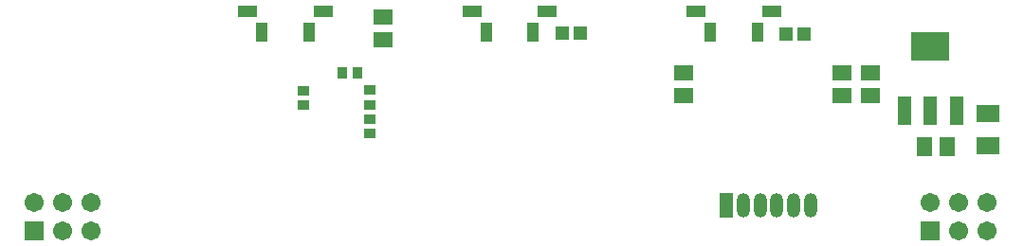
<source format=gts>
G04 Layer_Color=8388736*
%FSLAX44Y44*%
%MOMM*%
G71*
G01*
G75*
%ADD48R,0.9532X1.0032*%
%ADD49R,1.0032X0.9532*%
%ADD50R,1.2032X1.1532*%
%ADD51R,1.8034X1.4732*%
%ADD52R,2.0532X1.5032*%
%ADD53R,3.5032X2.6032*%
%ADD54R,1.2032X2.6032*%
%ADD55R,1.4732X1.8034*%
%ADD56R,1.6532X1.0032*%
%ADD57R,1.1032X1.7032*%
%ADD58R,1.2032X2.2032*%
%ADD59O,1.2032X2.2032*%
%ADD60C,1.7032*%
%ADD61R,1.7032X1.7032*%
D48*
X-182010Y78740D02*
D03*
X-168510D02*
D03*
D49*
X-157480Y50400D02*
D03*
Y63900D02*
D03*
X-157734Y37846D02*
D03*
Y24346D02*
D03*
X-216916Y49746D02*
D03*
Y63246D02*
D03*
D50*
X213742Y113284D02*
D03*
X229742D02*
D03*
X14226Y114300D02*
D03*
X30226D02*
D03*
D51*
X264160Y58420D02*
D03*
Y78740D02*
D03*
X289560Y58420D02*
D03*
Y78740D02*
D03*
X-145542Y129286D02*
D03*
Y108966D02*
D03*
X122174Y78994D02*
D03*
Y58674D02*
D03*
D52*
X394208Y42716D02*
D03*
Y13716D02*
D03*
D53*
X342900Y102660D02*
D03*
D54*
X365900Y44660D02*
D03*
X342900Y44660D02*
D03*
X319900Y44660D02*
D03*
D55*
X337820Y12700D02*
D03*
X358140D02*
D03*
D56*
X200914Y133860D02*
D03*
X133452D02*
D03*
X-66700D02*
D03*
X762D02*
D03*
X-199390Y133858D02*
D03*
X-266852D02*
D03*
D57*
X188239Y115064D02*
D03*
X146228D02*
D03*
X-53924D02*
D03*
X-11913D02*
D03*
X-212065Y115062D02*
D03*
X-254076D02*
D03*
D58*
X160800Y-39980D02*
D03*
D59*
X175800D02*
D03*
X190800D02*
D03*
X205800D02*
D03*
X220800D02*
D03*
X235800D02*
D03*
D60*
X-406908Y-36830D02*
D03*
Y-62230D02*
D03*
X-432308Y-36830D02*
D03*
Y-62230D02*
D03*
X-457708Y-36830D02*
D03*
X393192D02*
D03*
Y-62230D02*
D03*
X367792Y-36830D02*
D03*
Y-62230D02*
D03*
X342392Y-36830D02*
D03*
D61*
X-457708Y-62230D02*
D03*
X342392D02*
D03*
M02*

</source>
